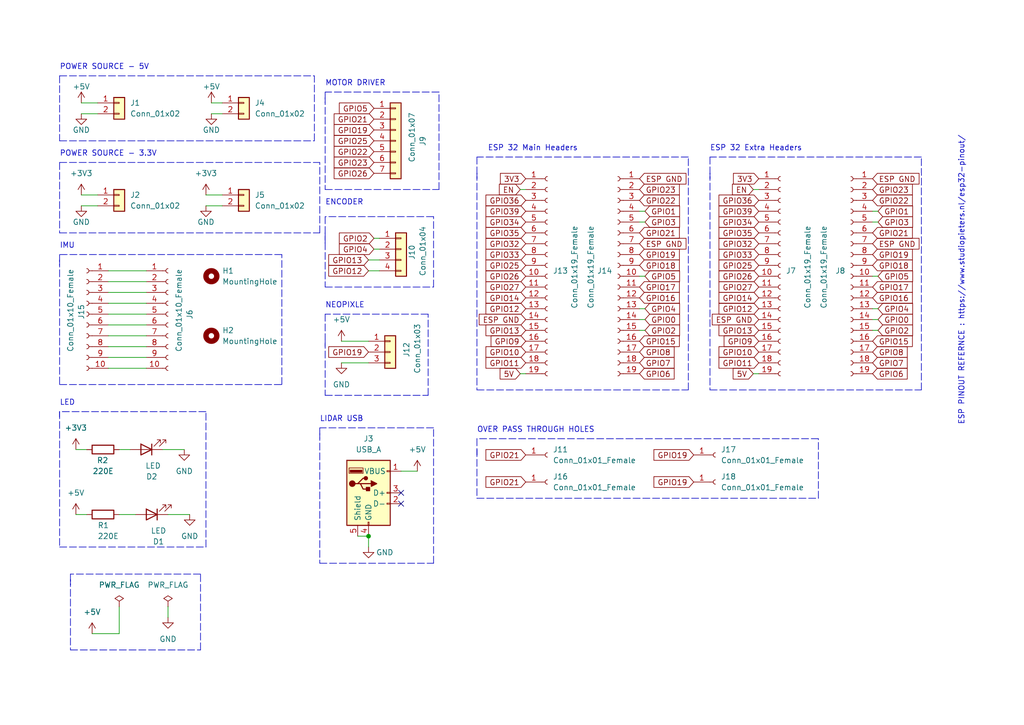
<source format=kicad_sch>
(kicad_sch (version 20211123) (generator eeschema)
  (paper "User" 239.979 169.977)
  (lib_symbols
    (symbol "Connector:Conn_01x01_Female" (pin_names (offset 1.016) hide)
      (property "Reference" "J" (at 0 2.54 0))
      (property "Value" "Conn_01x01_Female" (at 0 -2.54 0))
      (symbol "Conn_01x01_Female_1_1"
        (polyline (pts (xy -1.27 0) (xy -0.508 0)) (stroke (width 0.1524)))
        (arc (start 0 0.508) (mid -0.508 0) (end 0 -0.508) (stroke (width 0.1524)))
        (pin passive line (at -5.08 0 0) (length 3.81) (name "Pin_1") (number "1"))
      )
    )
    (symbol "Connector:Conn_01x10_Female" (pin_names (offset 1.016) hide)
      (property "Reference" "J" (at 0 12.7 0))
      (property "Value" "Conn_01x10_Female" (at 0 -15.24 0))
      (symbol "Conn_01x10_Female_1_1"
        (arc (start 0 -12.192) (mid -0.508 -12.7) (end 0 -13.208) (stroke (width 0.1524)))
        (arc (start 0 -9.652) (mid -0.508 -10.16) (end 0 -10.668) (stroke (width 0.1524)))
        (arc (start 0 -7.112) (mid -0.508 -7.62) (end 0 -8.128) (stroke (width 0.1524)))
        (arc (start 0 -4.572) (mid -0.508 -5.08) (end 0 -5.588) (stroke (width 0.1524)))
        (arc (start 0 -2.032) (mid -0.508 -2.54) (end 0 -3.048) (stroke (width 0.1524)))
        (polyline (pts (xy -1.27 -12.7) (xy -0.508 -12.7)) (stroke (width 0.1524)))
        (polyline (pts (xy -1.27 -10.16) (xy -0.508 -10.16)) (stroke (width 0.1524)))
        (polyline (pts (xy -1.27 -7.62) (xy -0.508 -7.62)) (stroke (width 0.1524)))
        (polyline (pts (xy -1.27 -5.08) (xy -0.508 -5.08)) (stroke (width 0.1524)))
        (polyline (pts (xy -1.27 -2.54) (xy -0.508 -2.54)) (stroke (width 0.1524)))
        (polyline (pts (xy -1.27 0) (xy -0.508 0)) (stroke (width 0.1524)))
        (polyline (pts (xy -1.27 2.54) (xy -0.508 2.54)) (stroke (width 0.1524)))
        (polyline (pts (xy -1.27 5.08) (xy -0.508 5.08)) (stroke (width 0.1524)))
        (polyline (pts (xy -1.27 7.62) (xy -0.508 7.62)) (stroke (width 0.1524)))
        (polyline (pts (xy -1.27 10.16) (xy -0.508 10.16)) (stroke (width 0.1524)))
        (arc (start 0 0.508) (mid -0.508 0) (end 0 -0.508) (stroke (width 0.1524)))
        (arc (start 0 3.048) (mid -0.508 2.54) (end 0 2.032) (stroke (width 0.1524)))
        (arc (start 0 5.588) (mid -0.508 5.08) (end 0 4.572) (stroke (width 0.1524)))
        (arc (start 0 8.128) (mid -0.508 7.62) (end 0 7.112) (stroke (width 0.1524)))
        (arc (start 0 10.668) (mid -0.508 10.16) (end 0 9.652) (stroke (width 0.1524)))
        (pin passive line (at -5.08 10.16 0) (length 3.81) (name "Pin_1") (number "1"))
        (pin passive line (at -5.08 -12.7 0) (length 3.81) (name "Pin_10") (number "10"))
        (pin passive line (at -5.08 7.62 0) (length 3.81) (name "Pin_2") (number "2"))
        (pin passive line (at -5.08 5.08 0) (length 3.81) (name "Pin_3") (number "3"))
        (pin passive line (at -5.08 2.54 0) (length 3.81) (name "Pin_4") (number "4"))
        (pin passive line (at -5.08 0 0) (length 3.81) (name "Pin_5") (number "5"))
        (pin passive line (at -5.08 -2.54 0) (length 3.81) (name "Pin_6") (number "6"))
        (pin passive line (at -5.08 -5.08 0) (length 3.81) (name "Pin_7") (number "7"))
        (pin passive line (at -5.08 -7.62 0) (length 3.81) (name "Pin_8") (number "8"))
        (pin passive line (at -5.08 -10.16 0) (length 3.81) (name "Pin_9") (number "9"))
      )
    )
    (symbol "Connector:Conn_01x19_Female" (pin_names (offset 1.016) hide)
      (property "Reference" "J" (at 0 25.4 0))
      (property "Value" "Conn_01x19_Female" (at 0 -25.4 0))
      (symbol "Conn_01x19_Female_1_1"
        (arc (start 0 -22.352) (mid -0.508 -22.86) (end 0 -23.368) (stroke (width 0.1524)))
        (arc (start 0 -19.812) (mid -0.508 -20.32) (end 0 -20.828) (stroke (width 0.1524)))
        (arc (start 0 -17.272) (mid -0.508 -17.78) (end 0 -18.288) (stroke (width 0.1524)))
        (arc (start 0 -14.732) (mid -0.508 -15.24) (end 0 -15.748) (stroke (width 0.1524)))
        (arc (start 0 -12.192) (mid -0.508 -12.7) (end 0 -13.208) (stroke (width 0.1524)))
        (arc (start 0 -9.652) (mid -0.508 -10.16) (end 0 -10.668) (stroke (width 0.1524)))
        (arc (start 0 -7.112) (mid -0.508 -7.62) (end 0 -8.128) (stroke (width 0.1524)))
        (arc (start 0 -4.572) (mid -0.508 -5.08) (end 0 -5.588) (stroke (width 0.1524)))
        (arc (start 0 -2.032) (mid -0.508 -2.54) (end 0 -3.048) (stroke (width 0.1524)))
        (polyline (pts (xy -1.27 -22.86) (xy -0.508 -22.86)) (stroke (width 0.1524)))
        (polyline (pts (xy -1.27 -20.32) (xy -0.508 -20.32)) (stroke (width 0.1524)))
        (polyline (pts (xy -1.27 -17.78) (xy -0.508 -17.78)) (stroke (width 0.1524)))
        (polyline (pts (xy -1.27 -15.24) (xy -0.508 -15.24)) (stroke (width 0.1524)))
        (polyline (pts (xy -1.27 -12.7) (xy -0.508 -12.7)) (stroke (width 0.1524)))
        (polyline (pts (xy -1.27 -10.16) (xy -0.508 -10.16)) (stroke (width 0.1524)))
        (polyline (pts (xy -1.27 -7.62) (xy -0.508 -7.62)) (stroke (width 0.1524)))
        (polyline (pts (xy -1.27 -5.08) (xy -0.508 -5.08)) (stroke (width 0.1524)))
        (polyline (pts (xy -1.27 -2.54) (xy -0.508 -2.54)) (stroke (width 0.1524)))
        (polyline (pts (xy -1.27 0) (xy -0.508 0)) (stroke (width 0.1524)))
        (polyline (pts (xy -1.27 2.54) (xy -0.508 2.54)) (stroke (width 0.1524)))
        (polyline (pts (xy -1.27 5.08) (xy -0.508 5.08)) (stroke (width 0.1524)))
        (polyline (pts (xy -1.27 7.62) (xy -0.508 7.62)) (stroke (width 0.1524)))
        (polyline (pts (xy -1.27 10.16) (xy -0.508 10.16)) (stroke (width 0.1524)))
        (polyline (pts (xy -1.27 12.7) (xy -0.508 12.7)) (stroke (width 0.1524)))
        (polyline (pts (xy -1.27 15.24) (xy -0.508 15.24)) (stroke (width 0.1524)))
        (polyline (pts (xy -1.27 17.78) (xy -0.508 17.78)) (stroke (width 0.1524)))
        (polyline (pts (xy -1.27 20.32) (xy -0.508 20.32)) (stroke (width 0.1524)))
        (polyline (pts (xy -1.27 22.86) (xy -0.508 22.86)) (stroke (width 0.1524)))
        (arc (start 0 0.508) (mid -0.508 0) (end 0 -0.508) (stroke (width 0.1524)))
        (arc (start 0 3.048) (mid -0.508 2.54) (end 0 2.032) (stroke (width 0.1524)))
        (arc (start 0 5.588) (mid -0.508 5.08) (end 0 4.572) (stroke (width 0.1524)))
        (arc (start 0 8.128) (mid -0.508 7.62) (end 0 7.112) (stroke (width 0.1524)))
        (arc (start 0 10.668) (mid -0.508 10.16) (end 0 9.652) (stroke (width 0.1524)))
        (arc (start 0 13.208) (mid -0.508 12.7) (end 0 12.192) (stroke (width 0.1524)))
        (arc (start 0 15.748) (mid -0.508 15.24) (end 0 14.732) (stroke (width 0.1524)))
        (arc (start 0 18.288) (mid -0.508 17.78) (end 0 17.272) (stroke (width 0.1524)))
        (arc (start 0 20.828) (mid -0.508 20.32) (end 0 19.812) (stroke (width 0.1524)))
        (arc (start 0 23.368) (mid -0.508 22.86) (end 0 22.352) (stroke (width 0.1524)))
        (pin passive line (at -5.08 22.86 0) (length 3.81) (name "Pin_1") (number "1"))
        (pin passive line (at -5.08 0 0) (length 3.81) (name "Pin_10") (number "10"))
        (pin passive line (at -5.08 -2.54 0) (length 3.81) (name "Pin_11") (number "11"))
        (pin passive line (at -5.08 -5.08 0) (length 3.81) (name "Pin_12") (number "12"))
        (pin passive line (at -5.08 -7.62 0) (length 3.81) (name "Pin_13") (number "13"))
        (pin passive line (at -5.08 -10.16 0) (length 3.81) (name "Pin_14") (number "14"))
        (pin passive line (at -5.08 -12.7 0) (length 3.81) (name "Pin_15") (number "15"))
        (pin passive line (at -5.08 -15.24 0) (length 3.81) (name "Pin_16") (number "16"))
        (pin passive line (at -5.08 -17.78 0) (length 3.81) (name "Pin_17") (number "17"))
        (pin passive line (at -5.08 -20.32 0) (length 3.81) (name "Pin_18") (number "18"))
        (pin passive line (at -5.08 -22.86 0) (length 3.81) (name "Pin_19") (number "19"))
        (pin passive line (at -5.08 20.32 0) (length 3.81) (name "Pin_2") (number "2"))
        (pin passive line (at -5.08 17.78 0) (length 3.81) (name "Pin_3") (number "3"))
        (pin passive line (at -5.08 15.24 0) (length 3.81) (name "Pin_4") (number "4"))
        (pin passive line (at -5.08 12.7 0) (length 3.81) (name "Pin_5") (number "5"))
        (pin passive line (at -5.08 10.16 0) (length 3.81) (name "Pin_6") (number "6"))
        (pin passive line (at -5.08 7.62 0) (length 3.81) (name "Pin_7") (number "7"))
        (pin passive line (at -5.08 5.08 0) (length 3.81) (name "Pin_8") (number "8"))
        (pin passive line (at -5.08 2.54 0) (length 3.81) (name "Pin_9") (number "9"))
      )
    )
    (symbol "Connector:USB_A" (pin_names (offset 1.016))
      (property "Reference" "J" (at -5.08 11.43 0))
      (property "Value" "USB_A" (at -5.08 8.89 0))
      (symbol "USB_A_0_1"
        (rectangle (start -5.08 -7.62) (end 5.08 7.62) (stroke (width 0.254)) (fill (type background)))
        (circle (center -3.81 2.159) (radius 0.635) (stroke (width 0.254)) (fill (type outline)))
        (rectangle (start -1.524 4.826) (end -4.318 5.334) (fill (type outline)))
        (rectangle (start -1.27 4.572) (end -4.572 5.842))
        (circle (center -0.635 3.429) (radius 0.381) (stroke (width 0.254)) (fill (type outline)))
        (rectangle (start -0.127 -7.62) (end 0.127 -6.858))
        (polyline (pts (xy -3.175 2.159) (xy -2.54 2.159) (xy -1.27 3.429) (xy -0.635 3.429)) (stroke (width 0.254)))
        (polyline (pts (xy -2.54 2.159) (xy -1.905 2.159) (xy -1.27 0.889) (xy 0 0.889)) (stroke (width 0.254)))
        (polyline (pts (xy 0.635 2.794) (xy 0.635 1.524) (xy 1.905 2.159) (xy 0.635 2.794)) (stroke (width 0.254)) (fill (type outline)))
        (rectangle (start 0.254 1.27) (end -0.508 0.508) (stroke (width 0.254)) (fill (type outline)))
        (rectangle (start 5.08 -2.667) (end 4.318 -2.413))
        (rectangle (start 5.08 -0.127) (end 4.318 0.127))
        (rectangle (start 5.08 4.953) (end 4.318 5.207))
      )
      (symbol "USB_A_1_1"
        (polyline (pts (xy -1.905 2.159) (xy 0.635 2.159)) (stroke (width 0.254)))
        (pin power_in line (at 7.62 5.08 180) (length 2.54) (name "VBUS") (number "1"))
        (pin bidirectional line (at 7.62 -2.54 180) (length 2.54) (name "D-") (number "2"))
        (pin bidirectional line (at 7.62 0 180) (length 2.54) (name "D+") (number "3"))
        (pin power_in line (at 0 -10.16 90) (length 2.54) (name "GND") (number "4"))
        (pin passive line (at -2.54 -10.16 90) (length 2.54) (name "Shield") (number "5"))
      )
    )
    (symbol "Connector_Generic:Conn_01x02" (pin_names (offset 1.016) hide)
      (property "Reference" "J" (at 0 2.54 0))
      (property "Value" "Conn_01x02" (at 0 -5.08 0))
      (symbol "Conn_01x02_1_1"
        (rectangle (start -1.27 -2.413) (end 0 -2.667) (stroke (width 0.1524)))
        (rectangle (start -1.27 0.127) (end 0 -0.127) (stroke (width 0.1524)))
        (rectangle (start -1.27 1.27) (end 1.27 -3.81) (stroke (width 0.254)) (fill (type background)))
        (pin passive line (at -5.08 0 0) (length 3.81) (name "Pin_1") (number "1"))
        (pin passive line (at -5.08 -2.54 0) (length 3.81) (name "Pin_2") (number "2"))
      )
    )
    (symbol "Connector_Generic:Conn_01x03" (pin_names (offset 1.016) hide)
      (property "Reference" "J" (at 0 5.08 0))
      (property "Value" "Conn_01x03" (at 0 -5.08 0))
      (symbol "Conn_01x03_1_1"
        (rectangle (start -1.27 -2.413) (end 0 -2.667) (stroke (width 0.1524)))
        (rectangle (start -1.27 0.127) (end 0 -0.127) (stroke (width 0.1524)))
        (rectangle (start -1.27 2.667) (end 0 2.413) (stroke (width 0.1524)))
        (rectangle (start -1.27 3.81) (end 1.27 -3.81) (stroke (width 0.254)) (fill (type background)))
        (pin passive line (at -5.08 2.54 0) (length 3.81) (name "Pin_1") (number "1"))
        (pin passive line (at -5.08 0 0) (length 3.81) (name "Pin_2") (number "2"))
        (pin passive line (at -5.08 -2.54 0) (length 3.81) (name "Pin_3") (number "3"))
      )
    )
    (symbol "Connector_Generic:Conn_01x04" (pin_names (offset 1.016) hide)
      (property "Reference" "J" (at 0 5.08 0))
      (property "Value" "Conn_01x04" (at 0 -7.62 0))
      (symbol "Conn_01x04_1_1"
        (rectangle (start -1.27 -4.953) (end 0 -5.207) (stroke (width 0.1524)))
        (rectangle (start -1.27 -2.413) (end 0 -2.667) (stroke (width 0.1524)))
        (rectangle (start -1.27 0.127) (end 0 -0.127) (stroke (width 0.1524)))
        (rectangle (start -1.27 2.667) (end 0 2.413) (stroke (width 0.1524)))
        (rectangle (start -1.27 3.81) (end 1.27 -6.35) (stroke (width 0.254)) (fill (type background)))
        (pin passive line (at -5.08 2.54 0) (length 3.81) (name "Pin_1") (number "1"))
        (pin passive line (at -5.08 0 0) (length 3.81) (name "Pin_2") (number "2"))
        (pin passive line (at -5.08 -2.54 0) (length 3.81) (name "Pin_3") (number "3"))
        (pin passive line (at -5.08 -5.08 0) (length 3.81) (name "Pin_4") (number "4"))
      )
    )
    (symbol "Connector_Generic:Conn_01x07" (pin_names (offset 1.016) hide)
      (property "Reference" "J" (at 0 10.16 0))
      (property "Value" "Conn_01x07" (at 0 -10.16 0))
      (symbol "Conn_01x07_1_1"
        (rectangle (start -1.27 -7.493) (end 0 -7.747) (stroke (width 0.1524)))
        (rectangle (start -1.27 -4.953) (end 0 -5.207) (stroke (width 0.1524)))
        (rectangle (start -1.27 -2.413) (end 0 -2.667) (stroke (width 0.1524)))
        (rectangle (start -1.27 0.127) (end 0 -0.127) (stroke (width 0.1524)))
        (rectangle (start -1.27 2.667) (end 0 2.413) (stroke (width 0.1524)))
        (rectangle (start -1.27 5.207) (end 0 4.953) (stroke (width 0.1524)))
        (rectangle (start -1.27 7.747) (end 0 7.493) (stroke (width 0.1524)))
        (rectangle (start -1.27 8.89) (end 1.27 -8.89) (stroke (width 0.254)) (fill (type background)))
        (pin passive line (at -5.08 7.62 0) (length 3.81) (name "Pin_1") (number "1"))
        (pin passive line (at -5.08 5.08 0) (length 3.81) (name "Pin_2") (number "2"))
        (pin passive line (at -5.08 2.54 0) (length 3.81) (name "Pin_3") (number "3"))
        (pin passive line (at -5.08 0 0) (length 3.81) (name "Pin_4") (number "4"))
        (pin passive line (at -5.08 -2.54 0) (length 3.81) (name "Pin_5") (number "5"))
        (pin passive line (at -5.08 -5.08 0) (length 3.81) (name "Pin_6") (number "6"))
        (pin passive line (at -5.08 -7.62 0) (length 3.81) (name "Pin_7") (number "7"))
      )
    )
    (symbol "Device:LED" (pin_numbers hide) (pin_names (offset 1.016) hide)
      (property "Reference" "D" (at 0 2.54 0))
      (property "Value" "LED" (at 0 -2.54 0))
      (symbol "LED_0_1"
        (polyline (pts (xy -1.27 -1.27) (xy -1.27 1.27)) (stroke (width 0.254)))
        (polyline (pts (xy -1.27 0) (xy 1.27 0)))
        (polyline (pts (xy 1.27 -1.27) (xy 1.27 1.27) (xy -1.27 0) (xy 1.27 -1.27)) (stroke (width 0.254)))
        (polyline (pts (xy -3.048 -0.762) (xy -4.572 -2.286) (xy -3.81 -2.286) (xy -4.572 -2.286) (xy -4.572 -1.524)))
        (polyline (pts (xy -1.778 -0.762) (xy -3.302 -2.286) (xy -2.54 -2.286) (xy -3.302 -2.286) (xy -3.302 -1.524)))
      )
      (symbol "LED_1_1"
        (pin passive line (at -3.81 0 0) (length 2.54) (name "K") (number "1"))
        (pin passive line (at 3.81 0 180) (length 2.54) (name "A") (number "2"))
      )
    )
    (symbol "Device:R" (pin_numbers hide) (pin_names (offset 0))
      (property "Reference" "R" (at 2.032 0 90))
      (property "Value" "R" (at 0 0 90))
      (symbol "R_0_1"
        (rectangle (start -1.016 -2.54) (end 1.016 2.54) (stroke (width 0.254)))
      )
      (symbol "R_1_1"
        (pin passive line (at 0 3.81 270) (length 1.27) (name "~") (number "1"))
        (pin passive line (at 0 -3.81 90) (length 1.27) (name "~") (number "2"))
      )
    )
    (symbol "Mechanical:MountingHole" (pin_names (offset 1.016))
      (property "Reference" "H" (at 0 5.08 0))
      (property "Value" "MountingHole" (at 0 3.175 0))
      (symbol "MountingHole_0_1"
        (circle (center 0 0) (radius 1.27) (stroke (width 1.27)))
      )
    )
    (symbol "power:+3V3" (power) (pin_names (offset 0))
      (property "Value" "+3V3" (at 0 3.556 0))
      (symbol "+3V3_0_1"
        (polyline (pts (xy -0.762 1.27) (xy 0 2.54)))
        (polyline (pts (xy 0 0) (xy 0 2.54)))
        (polyline (pts (xy 0 2.54) (xy 0.762 1.27)))
      )
      (symbol "+3V3_1_1"
        (pin power_in line (at 0 0 90) (length 0) hide (name "+3V3") (number "1"))
      )
    )
    (symbol "power:+5V" (power) (pin_names (offset 0))
      (property "Value" "+5V" (at 0 3.556 0))
      (symbol "+5V_0_1"
        (polyline (pts (xy -0.762 1.27) (xy 0 2.54)))
        (polyline (pts (xy 0 0) (xy 0 2.54)))
        (polyline (pts (xy 0 2.54) (xy 0.762 1.27)))
      )
      (symbol "+5V_1_1"
        (pin power_in line (at 0 0 90) (length 0) hide (name "+5V") (number "1"))
      )
    )
    (symbol "power:GND" (power) (pin_names (offset 0))
      (property "Value" "GND" (at 0 -3.81 0))
      (symbol "GND_0_1"
        (polyline (pts (xy 0 0) (xy 0 -1.27) (xy 1.27 -1.27) (xy 0 -2.54) (xy -1.27 -1.27) (xy 0 -1.27)))
      )
      (symbol "GND_1_1"
        (pin power_in line (at 0 0 270) (length 0) hide (name "GND") (number "1"))
      )
    )
    (symbol "power:PWR_FLAG" (power) (pin_numbers hide) (pin_names (offset 0) hide)
      (property "Value" "PWR_FLAG" (at 0 3.81 0))
      (symbol "PWR_FLAG_0_0"
        (pin power_out line (at 0 0 90) (length 0) (name "pwr") (number "1"))
      )
      (symbol "PWR_FLAG_0_1"
        (polyline (pts (xy 0 0) (xy 0 1.27) (xy -1.016 1.905) (xy 0 2.54) (xy 1.016 1.905) (xy 0 1.27)))
      )
    )
  )
  (junction (at 86.36 125.73))
  (no_connect (at 93.98 115.57))
  (no_connect (at 93.98 118.11))
  (polyline (pts (xy 76.2 21.59) (xy 76.2 24.13)))
  (polyline (pts (xy 66.04 59.69) (xy 13.97 59.69)))
  (polyline (pts (xy 76.2 67.31) (xy 101.6 67.31)))
  (polyline (pts (xy 111.76 116.84) (xy 191.77 116.84)))
  (polyline (pts (xy 46.99 152.4) (xy 46.99 134.62)))
  (wire (pts (xy 27.94 142.24) (xy 27.94 148.59)))
  (wire (pts (xy 25.4 78.74) (xy 34.29 78.74)))
  (wire (pts (xy 48.26 48.26) (xy 52.07 48.26)))
  (wire (pts (xy 83.82 125.73) (xy 86.36 125.73)))
  (polyline (pts (xy 74.93 54.61) (xy 74.93 38.1)))
  (wire (pts (xy 25.4 66.04) (xy 34.29 66.04)))
  (polyline (pts (xy 101.6 100.33) (xy 74.93 100.33)))
  (polyline (pts (xy 74.93 100.33) (xy 74.93 102.87)))
  (wire (pts (xy 25.4 83.82) (xy 34.29 83.82)))
  (polyline (pts (xy 73.66 33.02) (xy 73.66 17.78)))
  (wire (pts (xy 48.26 45.72) (xy 52.07 45.72)))
  (polyline (pts (xy 76.2 50.8) (xy 76.2 57.15)))
  (polyline (pts (xy 111.76 105.41) (xy 111.76 116.84)))
  (polyline (pts (xy 13.97 17.78) (xy 73.66 17.78)))
  (wire (pts (xy 86.36 125.73) (xy 86.36 128.27)))
  (wire (pts (xy 176.53 44.45) (xy 177.8 44.45)))
  (wire (pts (xy 86.36 63.5) (xy 88.9 63.5)))
  (polyline (pts (xy 13.97 96.52) (xy 13.97 128.27)))
  (wire (pts (xy 17.78 105.41) (xy 20.32 105.41)))
  (wire (pts (xy 39.37 142.24) (xy 39.37 144.78)))
  (wire (pts (xy 19.05 24.13) (xy 22.86 24.13)))
  (wire (pts (xy 205.74 72.39) (xy 204.47 72.39)))
  (wire (pts (xy 80.01 80.01) (xy 86.36 80.01)))
  (wire (pts (xy 19.05 45.72) (xy 22.86 45.72)))
  (polyline (pts (xy 76.2 80.01) (xy 76.2 92.71)))
  (polyline (pts (xy 13.97 38.1) (xy 74.93 38.1)))
  (wire (pts (xy 25.4 76.2) (xy 34.29 76.2)))
  (wire (pts (xy 38.1 105.41) (xy 43.18 105.41)))
  (polyline (pts (xy 101.6 50.8) (xy 76.2 50.8)))
  (wire (pts (xy 19.05 48.26) (xy 22.86 48.26)))
  (polyline (pts (xy 102.87 21.59) (xy 76.2 21.59)))
  (polyline (pts (xy 13.97 54.61) (xy 74.93 54.61)))
  (polyline (pts (xy 101.6 67.31) (xy 101.6 50.8)))
  (polyline (pts (xy 16.51 134.62) (xy 16.51 137.16)))
  (wire (pts (xy 121.92 44.45) (xy 123.19 44.45)))
  (polyline (pts (xy 166.37 40.64) (xy 166.37 91.44)))
  (polyline (pts (xy 215.9 91.44) (xy 215.9 36.83)))
  (wire (pts (xy 25.4 73.66) (xy 34.29 73.66)))
  (polyline (pts (xy 74.93 132.08) (xy 101.6 132.08)))
  (polyline (pts (xy 76.2 54.61) (xy 76.2 67.31)))
  (wire (pts (xy 49.53 26.67) (xy 52.07 26.67)))
  (polyline (pts (xy 48.26 96.52) (xy 13.97 96.52)))
  (polyline (pts (xy 76.2 22.86) (xy 76.2 44.45)))
  (wire (pts (xy 205.74 74.93) (xy 204.47 74.93)))
  (polyline (pts (xy 16.51 152.4) (xy 46.99 152.4)))
  (polyline (pts (xy 13.97 59.69) (xy 13.97 62.23)))
  (polyline (pts (xy 111.76 36.83) (xy 111.76 41.91)))
  (wire (pts (xy 205.74 49.53) (xy 204.47 49.53)))
  (polyline (pts (xy 111.76 91.44) (xy 161.29 91.44)))
  (wire (pts (xy 151.13 77.47) (xy 149.86 77.47)))
  (wire (pts (xy 121.92 87.63) (xy 123.19 87.63)))
  (wire (pts (xy 151.13 49.53) (xy 149.86 49.53)))
  (wire (pts (xy 205.74 77.47) (xy 204.47 77.47)))
  (wire (pts (xy 151.13 64.77) (xy 149.86 64.77)))
  (polyline (pts (xy 100.33 92.71) (xy 100.33 73.66)))
  (polyline (pts (xy 191.77 102.87) (xy 111.76 102.87)))
  (polyline (pts (xy 13.97 128.27) (xy 48.26 128.27)))
  (polyline (pts (xy 66.04 90.17) (xy 66.04 59.69)))
  (wire (pts (xy 86.36 60.96) (xy 88.9 60.96)))
  (wire (pts (xy 25.4 86.36) (xy 34.29 86.36)))
  (wire (pts (xy 151.13 72.39) (xy 149.86 72.39)))
  (wire (pts (xy 151.13 52.07) (xy 149.86 52.07)))
  (wire (pts (xy 31.75 120.65) (xy 27.94 120.65)))
  (polyline (pts (xy 215.9 36.83) (xy 166.37 36.83)))
  (polyline (pts (xy 111.76 40.64) (xy 111.76 91.44)))
  (wire (pts (xy 205.74 64.77) (xy 204.47 64.77)))
  (wire (pts (xy 25.4 81.28) (xy 34.29 81.28)))
  (polyline (pts (xy 13.97 60.96) (xy 13.97 90.17)))
  (wire (pts (xy 176.53 87.63) (xy 177.8 87.63)))
  (wire (pts (xy 97.79 110.49) (xy 93.98 110.49)))
  (wire (pts (xy 17.78 120.65) (xy 20.32 120.65)))
  (polyline (pts (xy 46.99 134.62) (xy 16.51 134.62)))
  (polyline (pts (xy 191.77 116.84) (xy 191.77 102.87)))
  (polyline (pts (xy 13.97 96.52) (xy 13.97 97.79)))
  (polyline (pts (xy 161.29 91.44) (xy 161.29 36.83)))
  (wire (pts (xy 25.4 71.12) (xy 34.29 71.12)))
  (wire (pts (xy 27.94 105.41) (xy 30.48 105.41)))
  (wire (pts (xy 87.63 58.42) (xy 88.9 58.42)))
  (polyline (pts (xy 166.37 91.44) (xy 215.9 91.44)))
  (polyline (pts (xy 76.2 92.71) (xy 100.33 92.71)))
  (wire (pts (xy 151.13 74.93) (xy 149.86 74.93)))
  (wire (pts (xy 205.74 52.07) (xy 204.47 52.07)))
  (polyline (pts (xy 16.51 135.89) (xy 16.51 152.4)))
  (polyline (pts (xy 13.97 90.17) (xy 66.04 90.17)))
  (wire (pts (xy 19.05 26.67) (xy 22.86 26.67)))
  (polyline (pts (xy 13.97 17.78) (xy 13.97 33.02)))
  (polyline (pts (xy 111.76 102.87) (xy 111.76 106.68)))
  (wire (pts (xy 25.4 63.5) (xy 34.29 63.5)))
  (wire (pts (xy 21.59 148.59) (xy 27.94 148.59)))
  (polyline (pts (xy 100.33 73.66) (xy 76.2 73.66)))
  (wire (pts (xy 49.53 24.13) (xy 52.07 24.13)))
  (polyline (pts (xy 166.37 36.83) (xy 166.37 41.91)))
  (polyline (pts (xy 76.2 44.45) (xy 102.87 44.45)))
  (polyline (pts (xy 13.97 33.02) (xy 73.66 33.02)))
  (polyline (pts (xy 101.6 132.08) (xy 101.6 100.33)))
  (wire (pts (xy 80.01 85.09) (xy 86.36 85.09)))
  (polyline (pts (xy 48.26 128.27) (xy 48.26 96.52)))
  (polyline (pts (xy 76.2 73.66) (xy 76.2 81.28)))
  (polyline (pts (xy 161.29 36.83) (xy 111.76 36.83)))
  (wire (pts (xy 87.63 55.88) (xy 88.9 55.88)))
  (polyline (pts (xy 102.87 44.45) (xy 102.87 21.59)))
  (wire (pts (xy 39.37 120.65) (xy 44.45 120.65)))
  (polyline (pts (xy 13.97 38.1) (xy 13.97 54.61)))
  (polyline (pts (xy 74.93 101.6) (xy 74.93 132.08)))
  (wire (pts (xy 25.4 68.58) (xy 34.29 68.58)))
  (text "ESP PINOUT REFERNCE : https://www.studiopieters.nl/esp32-pinout/" (at 226.06 31.75 90) (effects (font (size 1.27 1.27)) (justify right bottom)))
  (text "ESP 32 Extra Headers" (at 166.37 35.56 0) (effects (font (size 1.27 1.27)) (justify left bottom)))
  (text "POWER SOURCE - 3.3V" (at 13.97 36.83 0) (effects (font (size 1.27 1.27)) (justify left bottom)))
  (text "MOTOR DRIVER " (at 76.2 20.32 0) (effects (font (size 1.27 1.27)) (justify left bottom)))
  (text "POWER SOURCE - 5V" (at 13.97 16.51 0) (effects (font (size 1.27 1.27)) (justify left bottom)))
  (text "LED\n" (at 13.97 95.25 0) (effects (font (size 1.27 1.27)) (justify left bottom)))
  (text "OVER PASS THROUGH HOLES\n" (at 111.76 101.6 0) (effects (font (size 1.27 1.27)) (justify left bottom)))
  (text "LIDAR USB " (at 74.93 99.06 0) (effects (font (size 1.27 1.27)) (justify left bottom)))
  (text "IMU  " (at 13.97 58.42 0) (effects (font (size 1.27 1.27)) (justify left bottom)))
  (text "ENCODER\n" (at 76.2 48.26 0) (effects (font (size 1.27 1.27)) (justify left bottom)))
  (text "NEOPIXLE" (at 76.2 72.39 0) (effects (font (size 1.27 1.27)) (justify left bottom)))
  (text "ESP 32 Main Headers\n" (at 114.3 35.56 0) (effects (font (size 1.27 1.27)) (justify left bottom)))
  (global_label "GPIO7" (shape input) (at 149.86 85.09 0) (property "Intersheet References" "${INTERSHEET_REFS}" (effects hide)))
  (global_label "GPIO15" (shape input) (at 204.47 80.01 0) (property "Intersheet References" "${INTERSHEET_REFS}" (effects hide)))
  (global_label "ESP GND" (shape input) (at 123.19 74.93 180) (property "Intersheet References" "${INTERSHEET_REFS}" (effects hide)))
  (global_label "GPIO21" (shape input) (at 87.63 27.94 180) (property "Intersheet References" "${INTERSHEET_REFS}" (effects hide)))
  (global_label "GPIO16" (shape input) (at 204.47 69.85 0) (property "Intersheet References" "${INTERSHEET_REFS}" (effects hide)))
  (global_label "GPIO35" (shape input) (at 123.19 54.61 180) (property "Intersheet References" "${INTERSHEET_REFS}" (effects hide)))
  (global_label "GPIO9" (shape input) (at 177.8 80.01 180) (property "Intersheet References" "${INTERSHEET_REFS}" (effects hide)))
  (global_label "GPIO1" (shape input) (at 205.74 49.53 0) (property "Intersheet References" "${INTERSHEET_REFS}" (effects hide)))
  (global_label "GPIO6" (shape input) (at 149.86 87.63 0) (property "Intersheet References" "${INTERSHEET_REFS}" (effects hide)))
  (global_label "GPIO4" (shape input) (at 205.74 72.39 0) (property "Intersheet References" "${INTERSHEET_REFS}" (effects hide)))
  (global_label "GPIO12" (shape input) (at 86.36 63.5 180) (property "Intersheet References" "${INTERSHEET_REFS}" (effects hide)))
  (global_label "GPIO13" (shape input) (at 177.8 77.47 180) (property "Intersheet References" "${INTERSHEET_REFS}" (effects hide)))
  (global_label "GPIO2" (shape input) (at 87.63 55.88 180) (property "Intersheet References" "${INTERSHEET_REFS}" (effects hide)))
  (global_label "GPIO3" (shape input) (at 151.13 52.07 0) (property "Intersheet References" "${INTERSHEET_REFS}" (effects hide)))
  (global_label "GPIO4" (shape input) (at 87.63 58.42 180) (property "Intersheet References" "${INTERSHEET_REFS}" (effects hide)))
  (global_label "GPIO0" (shape input) (at 151.13 74.93 0) (property "Intersheet References" "${INTERSHEET_REFS}" (effects hide)))
  (global_label "GPIO21" (shape input) (at 123.19 113.03 180) (property "Intersheet References" "${INTERSHEET_REFS}" (effects hide)))
  (global_label "GPIO39" (shape input) (at 177.8 49.53 180) (property "Intersheet References" "${INTERSHEET_REFS}" (effects hide)))
  (global_label "GPIO3" (shape input) (at 205.74 52.07 0) (property "Intersheet References" "${INTERSHEET_REFS}" (effects hide)))
  (global_label "3V3" (shape input) (at 123.19 41.91 180) (property "Intersheet References" "${INTERSHEET_REFS}" (effects hide)))
  (global_label "GPIO0" (shape input) (at 205.74 74.93 0) (property "Intersheet References" "${INTERSHEET_REFS}" (effects hide)))
  (global_label "GPIO19" (shape input) (at 87.63 30.48 180) (property "Intersheet References" "${INTERSHEET_REFS}" (effects hide)))
  (global_label "GPIO12" (shape input) (at 123.19 72.39 180) (property "Intersheet References" "${INTERSHEET_REFS}" (effects hide)))
  (global_label "GPIO14" (shape input) (at 177.8 69.85 180) (property "Intersheet References" "${INTERSHEET_REFS}" (effects hide)))
  (global_label "GPIO10" (shape input) (at 177.8 82.55 180) (property "Intersheet References" "${INTERSHEET_REFS}" (effects hide)))
  (global_label "GPIO5" (shape input) (at 205.74 64.77 0) (property "Intersheet References" "${INTERSHEET_REFS}" (effects hide)))
  (global_label "GPIO8" (shape input) (at 149.86 82.55 0) (property "Intersheet References" "${INTERSHEET_REFS}" (effects hide)))
  (global_label "GPIO17" (shape input) (at 204.47 67.31 0) (property "Intersheet References" "${INTERSHEET_REFS}" (effects hide)))
  (global_label "GPIO34" (shape input) (at 123.19 52.07 180) (property "Intersheet References" "${INTERSHEET_REFS}" (effects hide)))
  (global_label "GPIO15" (shape input) (at 149.86 80.01 0) (property "Intersheet References" "${INTERSHEET_REFS}" (effects hide)))
  (global_label "EN" (shape input) (at 176.53 44.45 180) (property "Intersheet References" "${INTERSHEET_REFS}" (effects hide)))
  (global_label "GPIO17" (shape input) (at 149.86 67.31 0) (property "Intersheet References" "${INTERSHEET_REFS}" (effects hide)))
  (global_label "EN" (shape input) (at 121.92 44.45 180) (property "Intersheet References" "${INTERSHEET_REFS}" (effects hide)))
  (global_label "GPIO11" (shape input) (at 177.8 85.09 180) (property "Intersheet References" "${INTERSHEET_REFS}" (effects hide)))
  (global_label "GPIO2" (shape input) (at 205.74 77.47 0) (property "Intersheet References" "${INTERSHEET_REFS}" (effects hide)))
  (global_label "GPIO19" (shape input) (at 86.36 82.55 180) (property "Intersheet References" "${INTERSHEET_REFS}" (effects hide)))
  (global_label "GPIO16" (shape input) (at 149.86 69.85 0) (property "Intersheet References" "${INTERSHEET_REFS}" (effects hide)))
  (global_label "GPIO8" (shape input) (at 204.47 82.55 0) (property "Intersheet References" "${INTERSHEET_REFS}" (effects hide)))
  (global_label "GPIO35" (shape input) (at 177.8 54.61 180) (property "Intersheet References" "${INTERSHEET_REFS}" (effects hide)))
  (global_label "GPIO12" (shape input) (at 177.8 72.39 180) (property "Intersheet References" "${INTERSHEET_REFS}" (effects hide)))
  (global_label "ESP GND" (shape input) (at 204.47 41.91 0) (property "Intersheet References" "${INTERSHEET_REFS}" (effects hide)))
  (global_label "GPIO39" (shape input) (at 123.19 49.53 180) (property "Intersheet References" "${INTERSHEET_REFS}" (effects hide)))
  (global_label "GPIO22" (shape input) (at 204.47 46.99 0) (property "Intersheet References" "${INTERSHEET_REFS}" (effects hide)))
  (global_label "GPIO2" (shape input) (at 151.13 77.47 0) (property "Intersheet References" "${INTERSHEET_REFS}" (effects hide)))
  (global_label "GPIO18" (shape input) (at 204.47 62.23 0) (property "Intersheet References" "${INTERSHEET_REFS}" (effects hide)))
  (global_label "GPIO22" (shape input) (at 149.86 46.99 0) (property "Intersheet References" "${INTERSHEET_REFS}" (effects hide)))
  (global_label "GPIO19" (shape input) (at 162.56 106.68 180) (property "Intersheet References" "${INTERSHEET_REFS}" (effects hide)))
  (global_label "GPIO36" (shape input) (at 177.8 46.99 180) (property "Intersheet References" "${INTERSHEET_REFS}" (effects hide)))
  (global_label "ESP GND" (shape input) (at 177.8 74.93 180) (property "Intersheet References" "${INTERSHEET_REFS}" (effects hide)))
  (global_label "GPIO14" (shape input) (at 123.19 69.85 180) (property "Intersheet References" "${INTERSHEET_REFS}" (effects hide)))
  (global_label "GPIO26" (shape input) (at 87.63 40.64 180) (property "Intersheet References" "${INTERSHEET_REFS}" (effects hide)))
  (global_label "GPIO22" (shape input) (at 87.63 35.56 180) (property "Intersheet References" "${INTERSHEET_REFS}" (effects hide)))
  (global_label "GPIO25" (shape input) (at 177.8 62.23 180) (property "Intersheet References" "${INTERSHEET_REFS}" (effects hide)))
  (global_label "GPIO21" (shape input) (at 204.47 54.61 0) (property "Intersheet References" "${INTERSHEET_REFS}" (effects hide)))
  (global_label "GPIO23" (shape input) (at 87.63 38.1 180) (property "Intersheet References" "${INTERSHEET_REFS}" (effects hide)))
  (global_label "GPIO21" (shape input) (at 149.86 54.61 0) (property "Intersheet References" "${INTERSHEET_REFS}" (effects hide)))
  (global_label "GPIO10" (shape input) (at 123.19 82.55 180) (property "Intersheet References" "${INTERSHEET_REFS}" (effects hide)))
  (global_label "GPIO27" (shape input) (at 177.8 67.31 180) (property "Intersheet References" "${INTERSHEET_REFS}" (effects hide)))
  (global_label "GPIO1" (shape input) (at 151.13 49.53 0) (property "Intersheet References" "${INTERSHEET_REFS}" (effects hide)))
  (global_label "GPIO26" (shape input) (at 177.8 64.77 180) (property "Intersheet References" "${INTERSHEET_REFS}" (effects hide)))
  (global_label "GPIO26" (shape input) (at 123.19 64.77 180) (property "Intersheet References" "${INTERSHEET_REFS}" (effects hide)))
  (global_label "GPIO11" (shape input) (at 123.19 85.09 180) (property "Intersheet References" "${INTERSHEET_REFS}" (effects hide)))
  (global_label "5V" (shape input) (at 121.92 87.63 180) (property "Intersheet References" "${INTERSHEET_REFS}" (effects hide)))
  (global_label "GPIO19" (shape input) (at 204.47 59.69 0) (property "Intersheet References" "${INTERSHEET_REFS}" (effects hide)))
  (global_label "GPIO34" (shape input) (at 177.8 52.07 180) (property "Intersheet References" "${INTERSHEET_REFS}" (effects hide)))
  (global_label "GPIO13" (shape input) (at 86.36 60.96 180) (property "Intersheet References" "${INTERSHEET_REFS}" (effects hide)))
  (global_label "5V" (shape input) (at 176.53 87.63 180) (property "Intersheet References" "${INTERSHEET_REFS}" (effects hide)))
  (global_label "GPIO18" (shape input) (at 149.86 62.23 0) (property "Intersheet References" "${INTERSHEET_REFS}" (effects hide)))
  (global_label "GPIO4" (shape input) (at 151.13 72.39 0) (property "Intersheet References" "${INTERSHEET_REFS}" (effects hide)))
  (global_label "GPIO25" (shape input) (at 87.63 33.02 180) (property "Intersheet References" "${INTERSHEET_REFS}" (effects hide)))
  (global_label "ESP GND" (shape input) (at 149.86 57.15 0) (property "Intersheet References" "${INTERSHEET_REFS}" (effects hide)))
  (global_label "ESP GND" (shape input) (at 149.86 41.91 0) (property "Intersheet References" "${INTERSHEET_REFS}" (effects hide)))
  (global_label "GPIO36" (shape input) (at 123.19 46.99 180) (property "Intersheet References" "${INTERSHEET_REFS}" (effects hide)))
  (global_label "GPIO9" (shape input) (at 123.19 80.01 180) (property "Intersheet References" "${INTERSHEET_REFS}" (effects hide)))
  (global_label "GPIO33" (shape input) (at 123.19 59.69 180) (property "Intersheet References" "${INTERSHEET_REFS}" (effects hide)))
  (global_label "GPIO13" (shape input) (at 123.19 77.47 180) (property "Intersheet References" "${INTERSHEET_REFS}" (effects hide)))
  (global_label "GPIO27" (shape input) (at 123.19 67.31 180) (property "Intersheet References" "${INTERSHEET_REFS}" (effects hide)))
  (global_label "ESP GND" (shape input) (at 204.47 57.15 0) (property "Intersheet References" "${INTERSHEET_REFS}" (effects hide)))
  (global_label "GPIO33" (shape input) (at 177.8 59.69 180) (property "Intersheet References" "${INTERSHEET_REFS}" (effects hide)))
  (global_label "GPIO19" (shape input) (at 149.86 59.69 0) (property "Intersheet References" "${INTERSHEET_REFS}" (effects hide)))
  (global_label "GPIO7" (shape input) (at 204.47 85.09 0) (property "Intersheet References" "${INTERSHEET_REFS}" (effects hide)))
  (global_label "GPIO5" (shape input) (at 151.13 64.77 0) (property "Intersheet References" "${INTERSHEET_REFS}" (effects hide)))
  (global_label "GPIO32" (shape input) (at 177.8 57.15 180) (property "Intersheet References" "${INTERSHEET_REFS}" (effects hide)))
  (global_label "GPIO25" (shape input) (at 123.19 62.23 180) (property "Intersheet References" "${INTERSHEET_REFS}" (effects hide)))
  (global_label "3V3" (shape input) (at 177.8 41.91 180) (property "Intersheet References" "${INTERSHEET_REFS}" (effects hide)))
  (global_label "GPIO21" (shape input) (at 123.19 106.68 180) (property "Intersheet References" "${INTERSHEET_REFS}" (effects hide)))
  (global_label "GPIO32" (shape input) (at 123.19 57.15 180) (property "Intersheet References" "${INTERSHEET_REFS}" (effects hide)))
  (global_label "GPIO19" (shape input) (at 162.56 113.03 180) (property "Intersheet References" "${INTERSHEET_REFS}" (effects hide)))
  (global_label "GPIO23" (shape input) (at 149.86 44.45 0) (property "Intersheet References" "${INTERSHEET_REFS}" (effects hide)))
  (global_label "GPIO23" (shape input) (at 204.47 44.45 0) (property "Intersheet References" "${INTERSHEET_REFS}" (effects hide)))
  (global_label "GPIO6" (shape input) (at 204.47 87.63 0) (property "Intersheet References" "${INTERSHEET_REFS}" (effects hide)))
  (global_label "GPIO5" (shape input) (at 87.63 25.4 180) (property "Intersheet References" "${INTERSHEET_REFS}" (effects hide)))
  (symbol (lib_id "power:GND") (at 80.01 85.09 0) (unit 1)
    (property "Reference" "#PWR014" (effects hide))
    (property "Value" "GND" (at 80.01 90.17 0))
  )
  (symbol (lib_id "power:GND") (at 43.18 105.41 0) (unit 1)
    (property "Reference" "#PWR07" (effects hide))
    (property "Value" "GND" (at 43.18 110.49 0))
  )
  (symbol (lib_id "Connector:Conn_01x19_Female") (at 128.27 64.77 0) (unit 1)
    (property "Reference" "J13" (at 129.54 63.4999 0) (effects (justify left)))
    (property "Value" "Conn_01x19_Female" (at 134.62 72.39 90) (effects (justify left)))
    (property "Footprint" "Connector_PinHeader_2.54mm:PinHeader_1x19_P2.54mm_Vertical" (effects hide))
  )
  (symbol (lib_id "power:+5V") (at 80.01 80.01 0) (unit 1)
    (property "Reference" "#PWR013" (effects hide))
    (property "Value" "+5V" (at 80.01 74.93 0))
  )
  (symbol (lib_id "Connector:USB_A") (at 86.36 115.57 0) (unit 1)
    (property "Reference" "J3" (at 86.36 102.87 0))
    (property "Value" "USB_A" (at 86.36 105.41 0))
    (property "Footprint" "Connector_USB:USB_A_Molex_67643_Horizontal" (effects hide))
    (property "Datasheet" " ~" (effects hide))
  )
  (symbol (lib_id "Mechanical:MountingHole") (at 49.53 64.77 0) (unit 1)
    (property "Reference" "H1" (at 52.07 63.4999 0) (effects (justify left)))
    (property "Value" "MountingHole" (at 52.07 66.0399 0) (effects (justify left)))
    (property "Footprint" "MountingHole:MountingHole_2.1mm" (effects hide))
  )
  (symbol (lib_id "Connector:Conn_01x19_Female") (at 199.39 64.77 0) (mirror y) (unit 1)
    (property "Reference" "J8" (at 198.12 63.4999 0) (effects (justify left)))
    (property "Value" "Conn_01x19_Female" (at 193.04 72.39 90) (effects (justify left)))
    (property "Footprint" "Connector_PinHeader_2.54mm:PinHeader_1x19_P2.54mm_Vertical" (effects hide))
  )
  (symbol (lib_id "Device:LED") (at 35.56 120.65 180) (unit 1)
    (property "Reference" "D1" (at 37.1475 127 0))
    (property "Value" "LED" (at 37.1475 124.46 0))
    (property "Footprint" "LED_THT:LED_D5.0mm" (effects hide))
  )
  (symbol (lib_id "power:GND") (at 48.26 48.26 0) (unit 1)
    (property "Reference" "#PWR010" (effects hide))
    (property "Value" "GND" (at 48.26 52.07 0))
  )
  (symbol (lib_id "Connector:Conn_01x01_Female") (at 167.64 106.68 0) (unit 1)
    (property "Reference" "J17" (at 168.91 105.4099 0) (effects (justify left)))
    (property "Value" "Conn_01x01_Female" (at 168.91 107.9499 0) (effects (justify left)))
    (property "Footprint" "Connector_PinSocket_2.54mm:PinSocket_1x01_P2.54mm_Vertical" (effects hide))
  )
  (symbol (lib_id "Connector:Conn_01x10_Female") (at 20.32 73.66 0) (mirror y) (unit 1)
    (property "Reference" "J15" (at 19.05 74.93 90) (effects (justify left)))
    (property "Value" "Conn_01x10_Female" (at 16.51 82.55 90) (effects (justify left)))
    (property "Footprint" "Connector_PinHeader_2.54mm:PinHeader_1x10_P2.54mm_Vertical" (effects hide))
  )
  (symbol (lib_id "power:GND") (at 86.36 128.27 0) (unit 1)
    (property "Reference" "#PWR015" (effects hide))
    (property "Value" "GND" (at 90.17 129.54 0))
  )
  (symbol (lib_id "Connector:Conn_01x10_Female") (at 39.37 73.66 0) (unit 1)
    (property "Reference" "J6" (at 44.45 74.93 90) (effects (justify left)))
    (property "Value" "Conn_01x10_Female" (at 41.91 82.55 90) (effects (justify left)))
    (property "Footprint" "Connector_PinHeader_2.54mm:PinHeader_1x10_P2.54mm_Vertical" (effects hide))
  )
  (symbol (lib_id "Connector_Generic:Conn_01x07") (at 92.71 33.02 0) (unit 1)
    (property "Reference" "J9" (at 99.06 34.29 90) (effects (justify left)))
    (property "Value" "Conn_01x07" (at 96.52 38.1 90) (effects (justify left)))
    (property "Footprint" "Connector_JST:JST_EH_B7B-EH-A_1x07_P2.50mm_Vertical" (effects hide))
  )
  (symbol (lib_id "Connector_Generic:Conn_01x02") (at 57.15 24.13 0) (unit 1)
    (property "Reference" "J4" (at 59.69 24.1299 0) (effects (justify left)))
    (property "Value" "Conn_01x02" (at 59.69 26.6699 0) (effects (justify left)))
    (property "Footprint" "Connector_JST:JST_EH_B2B-EH-A_1x02_P2.50mm_Vertical" (effects hide))
  )
  (symbol (lib_id "Connector_Generic:Conn_01x03") (at 91.44 82.55 0) (unit 1)
    (property "Reference" "J12" (at 95.25 83.82 90) (effects (justify left)))
    (property "Value" "Conn_01x03" (at 97.79 87.63 90) (effects (justify left)))
    (property "Footprint" "Connector_JST:JST_EH_B3B-EH-A_1x03_P2.50mm_Vertical" (effects hide))
  )
  (symbol (lib_id "power:+5V") (at 19.05 24.13 0) (unit 1)
    (property "Reference" "#PWR03" (effects hide))
    (property "Value" "+5V" (at 19.05 20.32 0))
  )
  (symbol (lib_id "Connector:Conn_01x01_Female") (at 128.27 113.03 0) (unit 1)
    (property "Reference" "J16" (at 129.54 111.7599 0) (effects (justify left)))
    (property "Value" "Conn_01x01_Female" (at 129.54 114.2999 0) (effects (justify left)))
    (property "Footprint" "Connector_PinSocket_2.54mm:PinSocket_1x01_P2.54mm_Vertical" (effects hide))
  )
  (symbol (lib_id "power:+3V3") (at 48.26 45.72 0) (unit 1)
    (property "Reference" "#PWR09" (effects hide))
    (property "Value" "+3V3" (at 48.26 40.64 0))
  )
  (symbol (lib_id "power:PWR_FLAG") (at 39.37 142.24 0) (unit 1)
    (property "Reference" "#FLG0102" (effects hide))
    (property "Value" "PWR_FLAG" (at 39.37 137.16 0))
  )
  (symbol (lib_id "Connector_Generic:Conn_01x02") (at 27.94 24.13 0) (unit 1)
    (property "Reference" "J1" (at 30.48 24.1299 0) (effects (justify left)))
    (property "Value" "Conn_01x02" (at 30.48 26.6699 0) (effects (justify left)))
    (property "Footprint" "Connector_JST:JST_EH_B2B-EH-A_1x02_P2.50mm_Vertical" (effects hide))
  )
  (symbol (lib_id "power:+5V") (at 97.79 110.49 0) (unit 1)
    (property "Reference" "#PWR016" (effects hide))
    (property "Value" "+5V" (at 97.79 105.41 0))
  )
  (symbol (lib_id "power:+3V3") (at 17.78 105.41 0) (unit 1)
    (property "Reference" "#PWR01" (effects hide))
    (property "Value" "+3V3" (at 17.78 100.33 0))
  )
  (symbol (lib_id "Connector:Conn_01x19_Female") (at 144.78 64.77 0) (mirror y) (unit 1)
    (property "Reference" "J14" (at 143.51 63.4999 0) (effects (justify left)))
    (property "Value" "Conn_01x19_Female" (at 138.43 72.39 90) (effects (justify left)))
    (property "Footprint" "Connector_PinHeader_2.54mm:PinHeader_1x19_P2.54mm_Vertical" (effects hide))
  )
  (symbol (lib_id "power:+3V3") (at 19.05 45.72 0) (unit 1)
    (property "Reference" "#PWR05" (effects hide))
    (property "Value" "+3V3" (at 19.05 40.64 0))
  )
  (symbol (lib_id "Mechanical:MountingHole") (at 49.53 78.74 0) (unit 1)
    (property "Reference" "H2" (at 52.07 77.4699 0) (effects (justify left)))
    (property "Value" "MountingHole" (at 52.07 80.0099 0) (effects (justify left)))
    (property "Footprint" "MountingHole:MountingHole_2.1mm" (effects hide))
  )
  (symbol (lib_id "Connector_Generic:Conn_01x02") (at 27.94 45.72 0) (unit 1)
    (property "Reference" "J2" (at 30.48 45.7199 0) (effects (justify left)))
    (property "Value" "Conn_01x02" (at 30.48 48.2599 0) (effects (justify left)))
    (property "Footprint" "Connector_JST:JST_EH_B2B-EH-A_1x02_P2.50mm_Vertical" (effects hide))
  )
  (symbol (lib_id "power:+5V") (at 21.59 148.59 0) (unit 1)
    (property "Reference" "#PWR0102" (effects hide))
    (property "Value" "+5V" (at 21.59 143.51 0))
  )
  (symbol (lib_id "power:+5V") (at 49.53 24.13 0) (unit 1)
    (property "Reference" "#PWR011" (effects hide))
    (property "Value" "+5V" (at 49.53 20.32 0))
  )
  (symbol (lib_id "Connector_Generic:Conn_01x02") (at 57.15 45.72 0) (unit 1)
    (property "Reference" "J5" (at 59.69 45.7199 0) (effects (justify left)))
    (property "Value" "Conn_01x02" (at 59.69 48.2599 0) (effects (justify left)))
    (property "Footprint" "Connector_JST:JST_EH_B2B-EH-A_1x02_P2.50mm_Vertical" (effects hide))
  )
  (symbol (lib_id "power:+5V") (at 17.78 120.65 0) (unit 1)
    (property "Reference" "#PWR02" (effects hide))
    (property "Value" "+5V" (at 17.78 115.57 0))
  )
  (symbol (lib_id "power:GND") (at 39.37 144.78 0) (unit 1)
    (property "Reference" "#PWR0101" (effects hide))
    (property "Value" "GND" (at 39.37 149.86 0))
  )
  (symbol (lib_id "power:GND") (at 19.05 48.26 0) (unit 1)
    (property "Reference" "#PWR06" (effects hide))
    (property "Value" "GND" (at 19.05 52.07 0))
  )
  (symbol (lib_id "Connector:Conn_01x01_Female") (at 128.27 106.68 0) (unit 1)
    (property "Reference" "J11" (at 129.54 105.4099 0) (effects (justify left)))
    (property "Value" "Conn_01x01_Female" (at 129.54 107.9499 0) (effects (justify left)))
    (property "Footprint" "Connector_PinSocket_2.54mm:PinSocket_1x01_P2.54mm_Vertical" (effects hide))
  )
  (symbol (lib_id "Device:R") (at 24.13 105.41 90) (unit 1)
    (property "Reference" "R2" (at 25.4 107.95 90) (effects (justify left)))
    (property "Value" "220E" (at 26.67 110.49 90) (effects (justify left)))
    (property "Footprint" "Resistor_THT:R_Axial_DIN0204_L3.6mm_D1.6mm_P5.08mm_Horizontal" (effects hide))
  )
  (symbol (lib_id "Device:LED") (at 34.29 105.41 180) (unit 1)
    (property "Reference" "D2" (at 35.56 111.76 0))
    (property "Value" "LED" (at 35.8775 109.22 0))
    (property "Footprint" "LED_THT:LED_D5.0mm" (effects hide))
  )
  (symbol (lib_id "Connector:Conn_01x01_Female") (at 167.64 113.03 0) (unit 1)
    (property "Reference" "J18" (at 168.91 111.7599 0) (effects (justify left)))
    (property "Value" "Conn_01x01_Female" (at 168.91 114.2999 0) (effects (justify left)))
    (property "Footprint" "Connector_PinSocket_2.54mm:PinSocket_1x01_P2.54mm_Vertical" (effects hide))
  )
  (symbol (lib_id "Connector_Generic:Conn_01x04") (at 93.98 58.42 0) (unit 1)
    (property "Reference" "J10" (at 96.52 60.96 90) (effects (justify left)))
    (property "Value" "Conn_01x04" (at 99.06 64.77 90) (effects (justify left)))
    (property "Footprint" "Connector_JST:JST_EH_B4B-EH-A_1x04_P2.50mm_Vertical" (effects hide))
  )
  (symbol (lib_id "power:GND") (at 49.53 26.67 0) (unit 1)
    (property "Reference" "#PWR012" (effects hide))
    (property "Value" "GND" (at 49.53 30.48 0))
  )
  (symbol (lib_id "power:PWR_FLAG") (at 27.94 142.24 0) (unit 1)
    (property "Reference" "#FLG0101" (effects hide))
    (property "Value" "PWR_FLAG" (at 27.94 137.16 0))
  )
  (symbol (lib_id "power:GND") (at 19.05 26.67 0) (unit 1)
    (property "Reference" "#PWR04" (effects hide))
    (property "Value" "GND" (at 19.05 30.48 0))
  )
  (symbol (lib_id "Connector:Conn_01x19_Female") (at 182.88 64.77 0) (unit 1)
    (property "Reference" "J7" (at 184.15 63.4999 0) (effects (justify left)))
    (property "Value" "Conn_01x19_Female" (at 189.23 72.39 90) (effects (justify left)))
    (property "Footprint" "Connector_PinHeader_2.54mm:PinHeader_1x19_P2.54mm_Vertical" (effects hide))
  )
  (symbol (lib_id "power:GND") (at 44.45 120.65 0) (unit 1)
    (property "Reference" "#PWR08" (effects hide))
    (property "Value" "GND" (at 44.45 125.73 0))
  )
  (symbol (lib_id "Device:R") (at 24.13 120.65 270) (unit 1)
    (property "Reference" "R1" (at 22.86 123.1899 90) (effects (justify left)))
    (property "Value" "220E" (at 22.86 125.7299 90) (effects (justify left)))
    (property "Footprint" "Resistor_THT:R_Axial_DIN0204_L3.6mm_D1.6mm_P5.08mm_Horizontal" (effects hide))
  )
)
</source>
